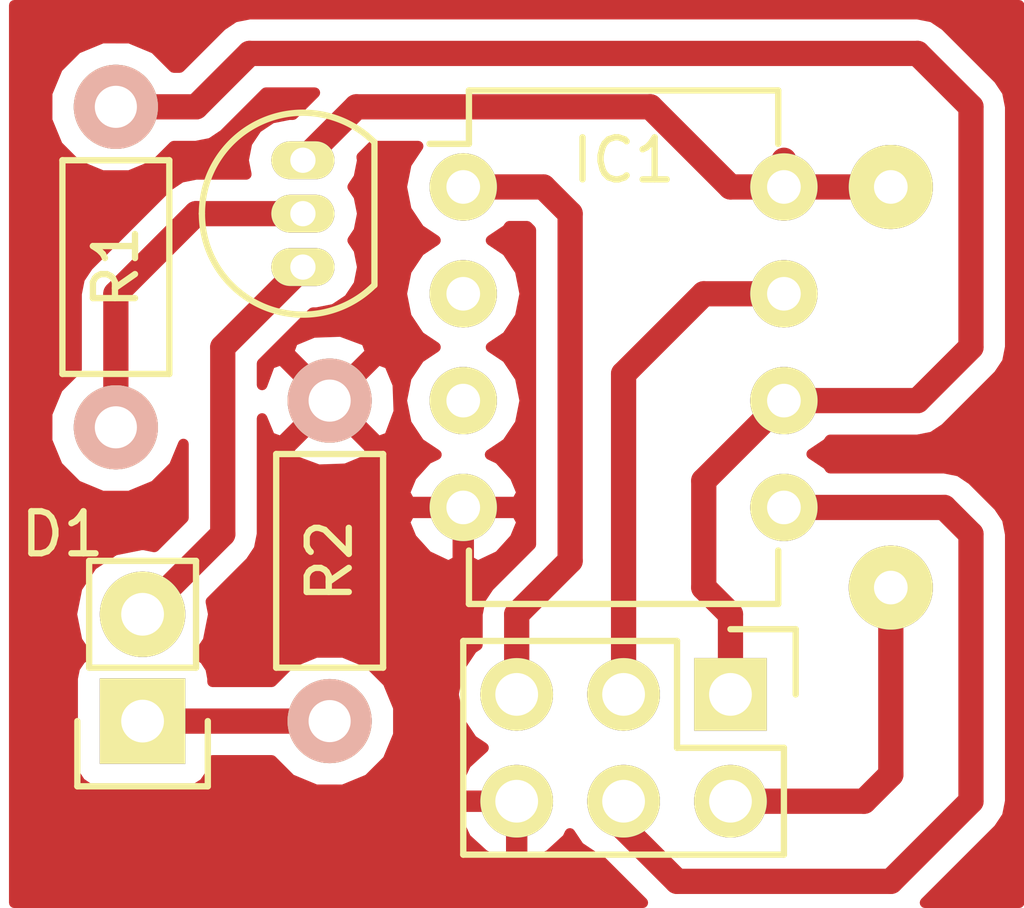
<source format=kicad_pcb>
(kicad_pcb (version 4) (host pcbnew 4.0.1-3.201512221402+6198~38~ubuntu14.04.1-stable)

  (general
    (links 12)
    (no_connects 1)
    (area 0 0 0 0)
    (thickness 1.6)
    (drawings 0)
    (tracks 42)
    (zones 0)
    (modules 8)
    (nets 10)
  )

  (page A4)
  (title_block
    (rev 1)
  )

  (layers
    (0 F.Cu signal)
    (31 B.Cu signal hide)
    (32 B.Adhes user hide)
    (33 F.Adhes user)
    (34 B.Paste user hide)
    (35 F.Paste user)
    (36 B.SilkS user hide)
    (37 F.SilkS user)
    (38 B.Mask user hide)
    (39 F.Mask user)
    (40 Dwgs.User user)
    (41 Cmts.User user)
    (42 Eco1.User user)
    (43 Eco2.User user)
    (44 Edge.Cuts user)
    (45 Margin user)
    (46 B.CrtYd user hide)
    (47 F.CrtYd user)
    (48 B.Fab user hide)
    (49 F.Fab user)
  )

  (setup
    (last_trace_width 0.6)
    (trace_clearance 0.2)
    (zone_clearance 0.508)
    (zone_45_only yes)
    (trace_min 0.2)
    (segment_width 0.2)
    (edge_width 0.15)
    (via_size 0.6)
    (via_drill 0.4)
    (via_min_size 0.4)
    (via_min_drill 0.3)
    (uvia_size 0.3)
    (uvia_drill 0.1)
    (uvias_allowed no)
    (uvia_min_size 0.2)
    (uvia_min_drill 0.1)
    (pcb_text_width 0.3)
    (pcb_text_size 1.5 1.5)
    (mod_edge_width 0.15)
    (mod_text_size 1 1)
    (mod_text_width 0.15)
    (pad_size 2.032 2.032)
    (pad_drill 1.016)
    (pad_to_mask_clearance 0.2)
    (aux_axis_origin 0 0)
    (visible_elements FFFFFF7F)
    (pcbplotparams
      (layerselection 0x00030_80000001)
      (usegerberextensions false)
      (excludeedgelayer true)
      (linewidth 0.100000)
      (plotframeref false)
      (viasonmask false)
      (mode 1)
      (useauxorigin false)
      (hpglpennumber 1)
      (hpglpenspeed 20)
      (hpglpendiameter 15)
      (hpglpenoverlay 2)
      (psnegative false)
      (psa4output false)
      (plotreference true)
      (plotvalue true)
      (plotinvisibletext false)
      (padsonsilk false)
      (subtractmaskfromsilk false)
      (outputformat 1)
      (mirror false)
      (drillshape 1)
      (scaleselection 1)
      (outputdirectory ""))
  )

  (net 0 "")
  (net 1 "Net-(CON1-Pad1)")
  (net 2 "Net-(CON1-Pad3)")
  (net 3 "Net-(CON1-Pad4)")
  (net 4 "Net-(CON1-Pad5)")
  (net 5 GND)
  (net 6 "Net-(D1-Pad1)")
  (net 7 "Net-(D1-Pad2)")
  (net 8 "Net-(Q1-Pad2)")
  (net 9 VCC)

  (net_class Default "This is the default net class."
    (clearance 0.2)
    (trace_width 0.6)
    (via_dia 0.6)
    (via_drill 0.4)
    (uvia_dia 0.3)
    (uvia_drill 0.1)
    (add_net GND)
    (add_net "Net-(CON1-Pad1)")
    (add_net "Net-(CON1-Pad3)")
    (add_net "Net-(CON1-Pad4)")
    (add_net "Net-(CON1-Pad5)")
    (add_net "Net-(D1-Pad1)")
    (add_net "Net-(D1-Pad2)")
    (add_net "Net-(Q1-Pad2)")
    (add_net VCC)
  )

  (module Pin_Headers:Pin_Header_Straight_2x03 (layer F.Cu) (tedit 56C28159) (tstamp 56C0E8B6)
    (at 124.46 120.65 270)
    (descr "Through hole pin header")
    (tags "pin header")
    (path /56C0E8D5)
    (fp_text reference "" (at 0 -5.1 270) (layer F.SilkS)
      (effects (font (size 1 1) (thickness 0.15)))
    )
    (fp_text value "" (at 0 -3.1 270) (layer F.Fab)
      (effects (font (size 1 1) (thickness 0.15)))
    )
    (fp_line (start -1.27 1.27) (end -1.27 6.35) (layer F.SilkS) (width 0.15))
    (fp_line (start -1.55 -1.55) (end 0 -1.55) (layer F.SilkS) (width 0.15))
    (fp_line (start -1.75 -1.75) (end -1.75 6.85) (layer F.CrtYd) (width 0.05))
    (fp_line (start 4.3 -1.75) (end 4.3 6.85) (layer F.CrtYd) (width 0.05))
    (fp_line (start -1.75 -1.75) (end 4.3 -1.75) (layer F.CrtYd) (width 0.05))
    (fp_line (start -1.75 6.85) (end 4.3 6.85) (layer F.CrtYd) (width 0.05))
    (fp_line (start 1.27 -1.27) (end 1.27 1.27) (layer F.SilkS) (width 0.15))
    (fp_line (start 1.27 1.27) (end -1.27 1.27) (layer F.SilkS) (width 0.15))
    (fp_line (start -1.27 6.35) (end 3.81 6.35) (layer F.SilkS) (width 0.15))
    (fp_line (start 3.81 6.35) (end 3.81 1.27) (layer F.SilkS) (width 0.15))
    (fp_line (start -1.55 -1.55) (end -1.55 0) (layer F.SilkS) (width 0.15))
    (fp_line (start 3.81 -1.27) (end 1.27 -1.27) (layer F.SilkS) (width 0.15))
    (fp_line (start 3.81 1.27) (end 3.81 -1.27) (layer F.SilkS) (width 0.15))
    (pad 1 thru_hole rect (at 0 0 270) (size 1.7272 1.7272) (drill 1.016) (layers *.Cu *.Mask F.SilkS)
      (net 1 "Net-(CON1-Pad1)"))
    (pad 2 thru_hole oval (at 2.54 0 270) (size 1.7272 1.7272) (drill 1.016) (layers *.Cu *.Mask F.SilkS)
      (net 9 VCC))
    (pad 3 thru_hole oval (at 0 2.54 270) (size 1.7272 1.7272) (drill 1.016) (layers *.Cu *.Mask F.SilkS)
      (net 2 "Net-(CON1-Pad3)"))
    (pad 4 thru_hole oval (at 2.54 2.54 270) (size 1.7272 1.7272) (drill 1.016) (layers *.Cu *.Mask F.SilkS)
      (net 3 "Net-(CON1-Pad4)"))
    (pad 5 thru_hole oval (at 0 5.08 270) (size 1.7272 1.7272) (drill 1.016) (layers *.Cu *.Mask F.SilkS)
      (net 4 "Net-(CON1-Pad5)"))
    (pad 6 thru_hole oval (at 2.54 5.08 270) (size 1.7272 1.7272) (drill 1.016) (layers *.Cu *.Mask F.SilkS)
      (net 5 GND))
    (model Pin_Headers.3dshapes/Pin_Header_Straight_2x03.wrl
      (at (xyz 0.05 -0.1 0))
      (scale (xyz 1 1 1))
      (rotate (xyz 0 0 90))
    )
  )

  (module Pin_Headers:Pin_Header_Straight_1x02 (layer F.Cu) (tedit 56C28139) (tstamp 56C0E8BC)
    (at 110.49 121.285 180)
    (descr "Through hole pin header")
    (tags "pin header")
    (path /56C0E26F)
    (fp_text reference D1 (at 1.905 4.445 180) (layer F.SilkS)
      (effects (font (size 1 1) (thickness 0.15)))
    )
    (fp_text value "IR LED" (at 0 -3.1 180) (layer F.Fab)
      (effects (font (size 1 1) (thickness 0.15)))
    )
    (fp_line (start 1.27 1.27) (end 1.27 3.81) (layer F.SilkS) (width 0.15))
    (fp_line (start 1.55 -1.55) (end 1.55 0) (layer F.SilkS) (width 0.15))
    (fp_line (start -1.75 -1.75) (end -1.75 4.3) (layer F.CrtYd) (width 0.05))
    (fp_line (start 1.75 -1.75) (end 1.75 4.3) (layer F.CrtYd) (width 0.05))
    (fp_line (start -1.75 -1.75) (end 1.75 -1.75) (layer F.CrtYd) (width 0.05))
    (fp_line (start -1.75 4.3) (end 1.75 4.3) (layer F.CrtYd) (width 0.05))
    (fp_line (start 1.27 1.27) (end -1.27 1.27) (layer F.SilkS) (width 0.15))
    (fp_line (start -1.55 0) (end -1.55 -1.55) (layer F.SilkS) (width 0.15))
    (fp_line (start -1.55 -1.55) (end 1.55 -1.55) (layer F.SilkS) (width 0.15))
    (fp_line (start -1.27 1.27) (end -1.27 3.81) (layer F.SilkS) (width 0.15))
    (fp_line (start -1.27 3.81) (end 1.27 3.81) (layer F.SilkS) (width 0.15))
    (pad 1 thru_hole rect (at 0 0 180) (size 2.032 2.032) (drill 1.016) (layers *.Cu *.Mask F.SilkS)
      (net 6 "Net-(D1-Pad1)"))
    (pad 2 thru_hole oval (at 0 2.54 180) (size 2.032 2.032) (drill 1.016) (layers *.Cu *.Mask F.SilkS)
      (net 7 "Net-(D1-Pad2)"))
    (model Pin_Headers.3dshapes/Pin_Header_Straight_1x02.wrl
      (at (xyz 0 -0.05 0))
      (scale (xyz 1 1 1))
      (rotate (xyz 0 0 90))
    )
  )

  (module Housings_DIP:DIP-8_W7.62mm (layer F.Cu) (tedit 56C281B5) (tstamp 56C0E8C8)
    (at 118.11 108.585)
    (descr "8-lead dip package, row spacing 7.62 mm (300 mils)")
    (tags "dil dip 2.54 300")
    (path /56C0E20D)
    (fp_text reference IC1 (at 3.81 -0.635) (layer F.SilkS)
      (effects (font (size 1 1) (thickness 0.15)))
    )
    (fp_text value ATTINY85-P (at 4.445 -3.175) (layer F.Fab)
      (effects (font (size 1 1) (thickness 0.15)))
    )
    (fp_line (start -1.05 -2.45) (end -1.05 10.1) (layer F.CrtYd) (width 0.05))
    (fp_line (start 8.65 -2.45) (end 8.65 10.1) (layer F.CrtYd) (width 0.05))
    (fp_line (start -1.05 -2.45) (end 8.65 -2.45) (layer F.CrtYd) (width 0.05))
    (fp_line (start -1.05 10.1) (end 8.65 10.1) (layer F.CrtYd) (width 0.05))
    (fp_line (start 0.135 -2.295) (end 0.135 -1.025) (layer F.SilkS) (width 0.15))
    (fp_line (start 7.485 -2.295) (end 7.485 -1.025) (layer F.SilkS) (width 0.15))
    (fp_line (start 7.485 9.915) (end 7.485 8.645) (layer F.SilkS) (width 0.15))
    (fp_line (start 0.135 9.915) (end 0.135 8.645) (layer F.SilkS) (width 0.15))
    (fp_line (start 0.135 -2.295) (end 7.485 -2.295) (layer F.SilkS) (width 0.15))
    (fp_line (start 0.135 9.915) (end 7.485 9.915) (layer F.SilkS) (width 0.15))
    (fp_line (start 0.135 -1.025) (end -0.8 -1.025) (layer F.SilkS) (width 0.15))
    (pad 1 thru_hole oval (at 0 0) (size 1.6 1.6) (drill 0.8) (layers *.Cu *.Mask F.SilkS)
      (net 4 "Net-(CON1-Pad5)"))
    (pad 2 thru_hole oval (at 0 2.54) (size 1.6 1.6) (drill 0.8) (layers *.Cu *.Mask F.SilkS))
    (pad 3 thru_hole oval (at 0 5.08) (size 1.6 1.6) (drill 0.8) (layers *.Cu *.Mask F.SilkS))
    (pad 4 thru_hole oval (at 0 7.62) (size 1.6 1.6) (drill 0.8) (layers *.Cu *.Mask F.SilkS)
      (net 5 GND))
    (pad 5 thru_hole oval (at 7.62 7.62) (size 1.6 1.6) (drill 0.8) (layers *.Cu *.Mask F.SilkS)
      (net 3 "Net-(CON1-Pad4)"))
    (pad 6 thru_hole oval (at 7.62 5.08) (size 1.6 1.6) (drill 0.8) (layers *.Cu *.Mask F.SilkS)
      (net 1 "Net-(CON1-Pad1)"))
    (pad 7 thru_hole oval (at 7.62 2.54) (size 1.6 1.6) (drill 0.8) (layers *.Cu *.Mask F.SilkS)
      (net 2 "Net-(CON1-Pad3)"))
    (pad 8 thru_hole oval (at 7.62 0) (size 1.6 1.6) (drill 0.8) (layers *.Cu *.Mask F.SilkS)
      (net 9 VCC))
    (model Housings_DIP.3dshapes/DIP-8_W7.62mm.wrl
      (at (xyz 0 0 0))
      (scale (xyz 1 1 1))
      (rotate (xyz 0 0 0))
    )
  )

  (module TO_SOT_Packages_THT:TO-92_Inline_Narrow_Oval (layer F.Cu) (tedit 56C2819D) (tstamp 56C0E8CF)
    (at 114.3 110.49 90)
    (descr "TO-92 leads in-line, narrow, oval pads, drill 0.6mm (see NXP sot054_po.pdf)")
    (tags "to-92 sc-43 sc-43a sot54 PA33 transistor")
    (path /56C0E336)
    (fp_text reference Q1 (at -1.27 -1.905 90) (layer F.SilkS) hide
      (effects (font (size 1 1) (thickness 0.15)))
    )
    (fp_text value Q_NPN_EBC (at 0 3 90) (layer F.Fab) hide
      (effects (font (size 1 1) (thickness 0.15)))
    )
    (fp_line (start -1.4 1.95) (end -1.4 -2.65) (layer F.CrtYd) (width 0.05))
    (fp_line (start -1.4 1.95) (end 3.95 1.95) (layer F.CrtYd) (width 0.05))
    (fp_line (start -0.43 1.7) (end 2.97 1.7) (layer F.SilkS) (width 0.15))
    (fp_arc (start 1.27 0) (end 1.27 -2.4) (angle -135) (layer F.SilkS) (width 0.15))
    (fp_arc (start 1.27 0) (end 1.27 -2.4) (angle 135) (layer F.SilkS) (width 0.15))
    (fp_line (start -1.4 -2.65) (end 3.95 -2.65) (layer F.CrtYd) (width 0.05))
    (fp_line (start 3.95 1.95) (end 3.95 -2.65) (layer F.CrtYd) (width 0.05))
    (pad 2 thru_hole oval (at 1.27 0 270) (size 0.89916 1.50114) (drill 0.6) (layers *.Cu *.Mask F.SilkS)
      (net 8 "Net-(Q1-Pad2)"))
    (pad 3 thru_hole oval (at 2.54 0 270) (size 0.89916 1.50114) (drill 0.6) (layers *.Cu *.Mask F.SilkS)
      (net 9 VCC))
    (pad 1 thru_hole oval (at 0 0 270) (size 0.89916 1.50114) (drill 0.6) (layers *.Cu *.Mask F.SilkS)
      (net 7 "Net-(D1-Pad2)"))
    (model TO_SOT_Packages_THT.3dshapes/TO-92_Inline_Narrow_Oval.wrl
      (at (xyz 0.05 0 0))
      (scale (xyz 1 1 1))
      (rotate (xyz 0 0 -90))
    )
  )

  (module Resistors_ThroughHole:Resistor_Horizontal_RM7mm (layer F.Cu) (tedit 56C28120) (tstamp 56C0E8D5)
    (at 109.855 114.3 90)
    (descr "Resistor, Axial,  RM 7.62mm, 1/3W,")
    (tags "Resistor Axial RM 7.62mm 1/3W R3")
    (path /56C0E393)
    (fp_text reference R1 (at 3.81 0 90) (layer F.SilkS)
      (effects (font (size 1 1) (thickness 0.15)))
    )
    (fp_text value 330 (at 3.81 -1.905 90) (layer F.Fab)
      (effects (font (size 1 1) (thickness 0.15)))
    )
    (fp_line (start -1.25 -1.5) (end 8.85 -1.5) (layer F.CrtYd) (width 0.05))
    (fp_line (start -1.25 1.5) (end -1.25 -1.5) (layer F.CrtYd) (width 0.05))
    (fp_line (start 8.85 -1.5) (end 8.85 1.5) (layer F.CrtYd) (width 0.05))
    (fp_line (start -1.25 1.5) (end 8.85 1.5) (layer F.CrtYd) (width 0.05))
    (fp_line (start 1.27 -1.27) (end 6.35 -1.27) (layer F.SilkS) (width 0.15))
    (fp_line (start 6.35 -1.27) (end 6.35 1.27) (layer F.SilkS) (width 0.15))
    (fp_line (start 6.35 1.27) (end 1.27 1.27) (layer F.SilkS) (width 0.15))
    (fp_line (start 1.27 1.27) (end 1.27 -1.27) (layer F.SilkS) (width 0.15))
    (pad 1 thru_hole circle (at 0 0 90) (size 1.99898 1.99898) (drill 1.00076) (layers *.Cu *.SilkS *.Mask)
      (net 8 "Net-(Q1-Pad2)"))
    (pad 2 thru_hole circle (at 7.62 0 90) (size 1.99898 1.99898) (drill 1.00076) (layers *.Cu *.SilkS *.Mask)
      (net 1 "Net-(CON1-Pad1)"))
  )

  (module Resistors_ThroughHole:Resistor_Horizontal_RM7mm (layer F.Cu) (tedit 56C2812A) (tstamp 56C0E8DB)
    (at 114.935 121.285 90)
    (descr "Resistor, Axial,  RM 7.62mm, 1/3W,")
    (tags "Resistor Axial RM 7.62mm 1/3W R3")
    (path /56C0E2F4)
    (fp_text reference R2 (at 3.81 0 90) (layer F.SilkS)
      (effects (font (size 1 1) (thickness 0.15)))
    )
    (fp_text value 56 (at 3.81 -1.27 90) (layer F.Fab)
      (effects (font (size 1 1) (thickness 0.15)))
    )
    (fp_line (start -1.25 -1.5) (end 8.85 -1.5) (layer F.CrtYd) (width 0.05))
    (fp_line (start -1.25 1.5) (end -1.25 -1.5) (layer F.CrtYd) (width 0.05))
    (fp_line (start 8.85 -1.5) (end 8.85 1.5) (layer F.CrtYd) (width 0.05))
    (fp_line (start -1.25 1.5) (end 8.85 1.5) (layer F.CrtYd) (width 0.05))
    (fp_line (start 1.27 -1.27) (end 6.35 -1.27) (layer F.SilkS) (width 0.15))
    (fp_line (start 6.35 -1.27) (end 6.35 1.27) (layer F.SilkS) (width 0.15))
    (fp_line (start 6.35 1.27) (end 1.27 1.27) (layer F.SilkS) (width 0.15))
    (fp_line (start 1.27 1.27) (end 1.27 -1.27) (layer F.SilkS) (width 0.15))
    (pad 1 thru_hole circle (at 0 0 90) (size 1.99898 1.99898) (drill 1.00076) (layers *.Cu *.SilkS *.Mask)
      (net 6 "Net-(D1-Pad1)"))
    (pad 2 thru_hole circle (at 7.62 0 90) (size 1.99898 1.99898) (drill 1.00076) (layers *.Cu *.SilkS *.Mask)
      (net 5 GND))
  )

  (module Wire_Pads:SolderWirePad_single_0-8mmDrill (layer F.Cu) (tedit 56C28166) (tstamp 56C27CC6)
    (at 128.27 118.11)
    (fp_text reference "" (at 0 -2.54) (layer F.SilkS)
      (effects (font (size 1 1) (thickness 0.15)))
    )
    (fp_text value "" (at 0 2.54) (layer F.Fab)
      (effects (font (size 1 1) (thickness 0.15)))
    )
    (pad 1 thru_hole circle (at 0 0) (size 1.99898 1.99898) (drill 0.8001) (layers *.Cu *.Mask F.SilkS))
  )

  (module Wire_Pads:SolderWirePad_single_0-8mmDrill (layer F.Cu) (tedit 56C28171) (tstamp 56C27CFE)
    (at 128.27 108.585)
    (fp_text reference "" (at 0 -2.54) (layer F.SilkS)
      (effects (font (size 1 1) (thickness 0.15)))
    )
    (fp_text value "" (at 0 2.54) (layer F.Fab)
      (effects (font (size 1 1) (thickness 0.15)))
    )
    (pad 1 thru_hole circle (at 0 0) (size 1.99898 1.99898) (drill 0.8001) (layers *.Cu *.Mask F.SilkS))
  )

  (segment (start 128.27 108.585) (end 125.73 108.585) (width 0.6) (layer F.Cu) (net 0) (status C00000))
  (segment (start 109.855 106.68) (end 111.76 106.68) (width 0.6) (layer F.Cu) (net 1) (status 400000))
  (segment (start 128.905 113.665) (end 125.73 113.665) (width 0.6) (layer F.Cu) (net 1) (tstamp 56C27D1A) (status 800000))
  (segment (start 130.175 112.395) (end 128.905 113.665) (width 0.6) (layer F.Cu) (net 1) (tstamp 56C27D19))
  (segment (start 130.175 106.68) (end 130.175 112.395) (width 0.6) (layer F.Cu) (net 1) (tstamp 56C27D14))
  (segment (start 128.905 105.41) (end 130.175 106.68) (width 0.6) (layer F.Cu) (net 1) (tstamp 56C27D12))
  (segment (start 113.03 105.41) (end 128.905 105.41) (width 0.6) (layer F.Cu) (net 1) (tstamp 56C27D0E))
  (segment (start 111.76 106.68) (end 113.03 105.41) (width 0.6) (layer F.Cu) (net 1) (tstamp 56C27D0C))
  (segment (start 124.46 120.65) (end 124.46 118.745) (width 0.6) (layer F.Cu) (net 1))
  (segment (start 123.825 115.57) (end 125.73 113.665) (width 0.6) (layer F.Cu) (net 1) (tstamp 56C0EC4F))
  (segment (start 123.825 118.11) (end 123.825 115.57) (width 0.6) (layer F.Cu) (net 1) (tstamp 56C0EC4C))
  (segment (start 124.46 118.745) (end 123.825 118.11) (width 0.6) (layer F.Cu) (net 1) (tstamp 56C0EC4B))
  (segment (start 121.92 120.65) (end 121.92 113.03) (width 0.6) (layer F.Cu) (net 2))
  (segment (start 123.825 111.125) (end 125.73 111.125) (width 0.6) (layer F.Cu) (net 2) (tstamp 56C0EAE8))
  (segment (start 121.92 113.03) (end 123.825 111.125) (width 0.6) (layer F.Cu) (net 2) (tstamp 56C0EAE7))
  (segment (start 121.92 123.19) (end 121.92 123.825) (width 0.6) (layer F.Cu) (net 3))
  (segment (start 121.92 123.825) (end 123.19 125.095) (width 0.6) (layer F.Cu) (net 3) (tstamp 56C0ED5D))
  (segment (start 123.19 125.095) (end 128.27 125.095) (width 0.6) (layer F.Cu) (net 3) (tstamp 56C0ED5F))
  (segment (start 128.27 125.095) (end 130.175 123.19) (width 0.6) (layer F.Cu) (net 3) (tstamp 56C0ED63))
  (segment (start 130.175 123.19) (end 130.175 116.84) (width 0.6) (layer F.Cu) (net 3) (tstamp 56C0ED64))
  (segment (start 130.175 116.84) (end 129.54 116.205) (width 0.6) (layer F.Cu) (net 3) (tstamp 56C0ED66))
  (segment (start 129.54 116.205) (end 125.73 116.205) (width 0.6) (layer F.Cu) (net 3) (tstamp 56C0ED67))
  (segment (start 119.38 120.65) (end 119.38 118.745) (width 0.6) (layer F.Cu) (net 4))
  (segment (start 120.015 108.585) (end 118.11 108.585) (width 0.6) (layer F.Cu) (net 4) (tstamp 56C0EAED))
  (segment (start 120.65 109.22) (end 120.015 108.585) (width 0.6) (layer F.Cu) (net 4) (tstamp 56C0EAEC))
  (segment (start 120.65 117.475) (end 120.65 109.22) (width 0.6) (layer F.Cu) (net 4) (tstamp 56C0EAEB))
  (segment (start 119.38 118.745) (end 120.65 117.475) (width 0.6) (layer F.Cu) (net 4) (tstamp 56C0EAEA))
  (segment (start 110.49 121.285) (end 114.935 121.285) (width 0.6) (layer F.Cu) (net 6))
  (segment (start 114.3 110.49) (end 112.395 112.395) (width 0.6) (layer F.Cu) (net 7))
  (segment (start 112.395 116.84) (end 110.49 118.745) (width 0.6) (layer F.Cu) (net 7) (tstamp 56C27C61))
  (segment (start 112.395 112.395) (end 112.395 116.84) (width 0.6) (layer F.Cu) (net 7) (tstamp 56C27C5E))
  (segment (start 109.855 114.3) (end 109.855 111.125) (width 0.6) (layer F.Cu) (net 8))
  (segment (start 111.76 109.22) (end 114.3 109.22) (width 0.6) (layer F.Cu) (net 8) (tstamp 56C27C45))
  (segment (start 109.855 111.125) (end 111.76 109.22) (width 0.6) (layer F.Cu) (net 8) (tstamp 56C27C44))
  (segment (start 128.27 118.11) (end 128.27 122.555) (width 0.6) (layer F.Cu) (net 9))
  (segment (start 127.635 123.19) (end 124.46 123.19) (width 0.6) (layer F.Cu) (net 9) (tstamp 56C27CEF))
  (segment (start 128.27 122.555) (end 127.635 123.19) (width 0.6) (layer F.Cu) (net 9) (tstamp 56C27CEE))
  (segment (start 125.73 108.585) (end 124.46 108.585) (width 0.6) (layer F.Cu) (net 9))
  (segment (start 115.57 106.68) (end 114.3 107.95) (width 0.6) (layer F.Cu) (net 9) (tstamp 56C27C59))
  (segment (start 122.555 106.68) (end 115.57 106.68) (width 0.6) (layer F.Cu) (net 9) (tstamp 56C27C57))
  (segment (start 124.46 108.585) (end 122.555 106.68) (width 0.6) (layer F.Cu) (net 9) (tstamp 56C27C55))
  (segment (start 125.73 108.585) (end 125.73 107.95) (width 0.6) (layer F.Cu) (net 9))

  (zone (net 5) (net_name GND) (layer F.Cu) (tstamp 56C0EA06) (hatch edge 0.508)
    (connect_pads (clearance 0.508))
    (min_thickness 0.254)
    (fill yes (arc_segments 16) (thermal_gap 0.508) (thermal_bridge_width 0.508))
    (polygon
      (pts
        (xy 130.175 125.73) (xy 107.315 125.73) (xy 107.315 104.14) (xy 131.445 104.14) (xy 131.445 125.73)
      )
    )
    (filled_polygon
      (pts
        (xy 131.318 125.603) (xy 129.08429 125.603) (xy 130.836145 123.851145) (xy 131.038827 123.547809) (xy 131.11 123.19)
        (xy 131.11 116.84) (xy 131.038827 116.482191) (xy 130.836145 116.178855) (xy 130.201145 115.543855) (xy 129.897809 115.341173)
        (xy 129.54 115.27) (xy 126.826064 115.27) (xy 126.772811 115.190302) (xy 126.390725 114.935) (xy 126.772811 114.679698)
        (xy 126.826064 114.6) (xy 128.905 114.6) (xy 129.262809 114.528827) (xy 129.566145 114.326145) (xy 130.836145 113.056145)
        (xy 131.038827 112.752809) (xy 131.11 112.395) (xy 131.11 106.68) (xy 131.038827 106.322191) (xy 130.836145 106.018855)
        (xy 129.566145 104.748855) (xy 129.262809 104.546173) (xy 128.905 104.475) (xy 113.03 104.475) (xy 112.672191 104.546173)
        (xy 112.368855 104.748855) (xy 111.37271 105.745) (xy 111.231135 105.745) (xy 110.782073 105.295154) (xy 110.181547 105.045794)
        (xy 109.531306 105.045226) (xy 108.930345 105.293538) (xy 108.470154 105.752927) (xy 108.220794 106.353453) (xy 108.220226 107.003694)
        (xy 108.468538 107.604655) (xy 108.927927 108.064846) (xy 109.528453 108.314206) (xy 110.178694 108.314774) (xy 110.779655 108.066462)
        (xy 111.231905 107.615) (xy 111.76 107.615) (xy 112.117809 107.543827) (xy 112.421145 107.341145) (xy 113.41729 106.345)
        (xy 114.58271 106.345) (xy 114.06229 106.86542) (xy 113.971865 106.86542) (xy 113.556814 106.947979) (xy 113.204951 107.183086)
        (xy 112.969844 107.534949) (xy 112.887285 107.95) (xy 112.953921 108.285) (xy 111.76 108.285) (xy 111.402191 108.356173)
        (xy 111.098855 108.558855) (xy 109.193855 110.463855) (xy 108.991173 110.767191) (xy 108.92 111.125) (xy 108.92 112.923865)
        (xy 108.470154 113.372927) (xy 108.220794 113.973453) (xy 108.220226 114.623694) (xy 108.468538 115.224655) (xy 108.927927 115.684846)
        (xy 109.528453 115.934206) (xy 110.178694 115.934774) (xy 110.779655 115.686462) (xy 111.239846 115.227073) (xy 111.46 114.696883)
        (xy 111.46 116.45271) (xy 110.76954 117.14317) (xy 110.522345 117.094) (xy 110.457655 117.094) (xy 109.825845 117.219675)
        (xy 109.290222 117.577567) (xy 108.93233 118.11319) (xy 108.806655 118.745) (xy 108.93233 119.37681) (xy 109.159499 119.716792)
        (xy 109.022559 119.80491) (xy 108.877569 120.01711) (xy 108.82656 120.269) (xy 108.82656 122.301) (xy 108.870838 122.536317)
        (xy 109.00991 122.752441) (xy 109.22211 122.897431) (xy 109.474 122.94844) (xy 111.506 122.94844) (xy 111.741317 122.904162)
        (xy 111.957441 122.76509) (xy 112.102431 122.55289) (xy 112.15344 122.301) (xy 112.15344 122.22) (xy 113.558865 122.22)
        (xy 114.007927 122.669846) (xy 114.608453 122.919206) (xy 115.258694 122.919774) (xy 115.859655 122.671462) (xy 116.319846 122.212073)
        (xy 116.569206 121.611547) (xy 116.569774 120.961306) (xy 116.321462 120.360345) (xy 115.862073 119.900154) (xy 115.261547 119.650794)
        (xy 114.611306 119.650226) (xy 114.010345 119.898538) (xy 113.558095 120.35) (xy 112.15344 120.35) (xy 112.15344 120.269)
        (xy 112.109162 120.033683) (xy 111.97009 119.817559) (xy 111.821163 119.715802) (xy 112.04767 119.37681) (xy 112.173345 118.745)
        (xy 112.113442 118.443848) (xy 113.056145 117.501145) (xy 113.258827 117.197809) (xy 113.33 116.84) (xy 113.33 116.554039)
        (xy 116.718096 116.554039) (xy 116.878959 116.942423) (xy 117.254866 117.357389) (xy 117.760959 117.596914) (xy 117.983 117.475629)
        (xy 117.983 116.332) (xy 118.237 116.332) (xy 118.237 117.475629) (xy 118.459041 117.596914) (xy 118.965134 117.357389)
        (xy 119.341041 116.942423) (xy 119.501904 116.554039) (xy 119.379915 116.332) (xy 118.237 116.332) (xy 117.983 116.332)
        (xy 116.840085 116.332) (xy 116.718096 116.554039) (xy 113.33 116.554039) (xy 113.33 114.817163) (xy 113.962443 114.817163)
        (xy 114.061042 115.083965) (xy 114.670582 115.310401) (xy 115.320377 115.286341) (xy 115.808958 115.083965) (xy 115.907557 114.817163)
        (xy 114.935 113.844605) (xy 113.962443 114.817163) (xy 113.33 114.817163) (xy 113.33 114.089828) (xy 113.516035 114.538958)
        (xy 113.782837 114.637557) (xy 114.755395 113.665) (xy 115.114605 113.665) (xy 116.087163 114.637557) (xy 116.353965 114.538958)
        (xy 116.580401 113.929418) (xy 116.556341 113.279623) (xy 116.353965 112.791042) (xy 116.087163 112.692443) (xy 115.114605 113.665)
        (xy 114.755395 113.665) (xy 113.782837 112.692443) (xy 113.516035 112.791042) (xy 113.33 113.291827) (xy 113.33 112.78229)
        (xy 113.599453 112.512837) (xy 113.962443 112.512837) (xy 114.935 113.485395) (xy 115.907557 112.512837) (xy 115.808958 112.246035)
        (xy 115.199418 112.019599) (xy 114.549623 112.043659) (xy 114.061042 112.246035) (xy 113.962443 112.512837) (xy 113.599453 112.512837)
        (xy 114.53771 111.57458) (xy 114.628135 111.57458) (xy 115.043186 111.492021) (xy 115.395049 111.256914) (xy 115.630156 110.905051)
        (xy 115.712715 110.49) (xy 115.630156 110.074949) (xy 115.483191 109.855) (xy 115.630156 109.635051) (xy 115.712715 109.22)
        (xy 115.630156 108.804949) (xy 115.483191 108.585) (xy 115.630156 108.365051) (xy 115.712715 107.95) (xy 115.697712 107.874578)
        (xy 115.95729 107.615) (xy 117.037323 107.615) (xy 116.75612 108.035849) (xy 116.646887 108.585) (xy 116.75612 109.134151)
        (xy 117.067189 109.599698) (xy 117.449275 109.855) (xy 117.067189 110.110302) (xy 116.75612 110.575849) (xy 116.646887 111.125)
        (xy 116.75612 111.674151) (xy 117.067189 112.139698) (xy 117.449275 112.395) (xy 117.067189 112.650302) (xy 116.75612 113.115849)
        (xy 116.646887 113.665) (xy 116.75612 114.214151) (xy 117.067189 114.679698) (xy 117.471703 114.949986) (xy 117.254866 115.052611)
        (xy 116.878959 115.467577) (xy 116.718096 115.855961) (xy 116.840085 116.078) (xy 117.983 116.078) (xy 117.983 116.058)
        (xy 118.237 116.058) (xy 118.237 116.078) (xy 119.379915 116.078) (xy 119.501904 115.855961) (xy 119.341041 115.467577)
        (xy 118.965134 115.052611) (xy 118.748297 114.949986) (xy 119.152811 114.679698) (xy 119.46388 114.214151) (xy 119.573113 113.665)
        (xy 119.46388 113.115849) (xy 119.152811 112.650302) (xy 118.770725 112.395) (xy 119.152811 112.139698) (xy 119.46388 111.674151)
        (xy 119.573113 111.125) (xy 119.46388 110.575849) (xy 119.152811 110.110302) (xy 118.770725 109.855) (xy 119.152811 109.599698)
        (xy 119.206064 109.52) (xy 119.62771 109.52) (xy 119.715 109.60729) (xy 119.715 117.08771) (xy 118.718855 118.083855)
        (xy 118.516173 118.387191) (xy 118.445 118.745) (xy 118.445 119.477669) (xy 118.32033 119.560971) (xy 117.995474 120.047152)
        (xy 117.8814 120.620641) (xy 117.8814 120.679359) (xy 117.995474 121.252848) (xy 118.32033 121.739029) (xy 118.591161 121.919992)
        (xy 118.173179 122.30151) (xy 117.925032 122.830973) (xy 118.045531 123.063) (xy 119.253 123.063) (xy 119.253 123.043)
        (xy 119.507 123.043) (xy 119.507 123.063) (xy 119.527 123.063) (xy 119.527 123.317) (xy 119.507 123.317)
        (xy 119.507 124.523817) (xy 119.739026 124.644958) (xy 120.154947 124.472688) (xy 120.586821 124.07849) (xy 120.644336 123.955772)
        (xy 120.86033 124.279029) (xy 121.346511 124.603885) (xy 121.384065 124.611355) (xy 122.37571 125.603) (xy 107.442 125.603)
        (xy 107.442 123.549027) (xy 117.925032 123.549027) (xy 118.173179 124.07849) (xy 118.605053 124.472688) (xy 119.020974 124.644958)
        (xy 119.253 124.523817) (xy 119.253 123.317) (xy 118.045531 123.317) (xy 117.925032 123.549027) (xy 107.442 123.549027)
        (xy 107.442 104.267) (xy 131.318 104.267)
      )
    )
  )
)

</source>
